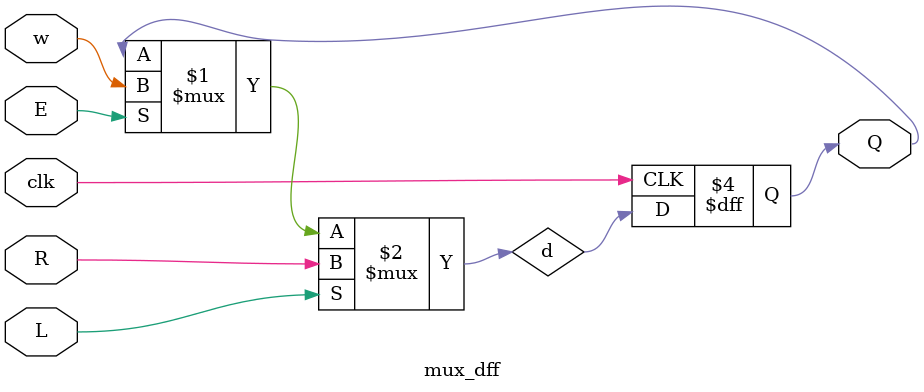
<source format=v>
module top_module (
    input [3:0] SW,
    input [3:0] KEY,
    output [3:0] LEDR
); //
	wire clk, E, L, w; 
    assign {clk, E, L, w} = {KEY[0], KEY[1], KEY[2], KEY[3]};
    mux_dff a(clk,w		 , SW[3], E, L, LEDR[3]);
    mux_dff b(clk,LEDR[3], SW[2], E, L, LEDR[2]);
    mux_dff c(clk,LEDR[2], SW[1], E, L, LEDR[1]);
    mux_dff d(clk,LEDR[1], SW[0], E, L, LEDR[0]);
  
endmodule

module mux_dff (
    input clk,
    input w, R, E, L,
    output Q
);
    wire d;
    assign d = L ? R: ( E ?  w : Q  ) ;
    always @ (posedge clk) begin
        Q <= d;
    end

endmodule




</source>
